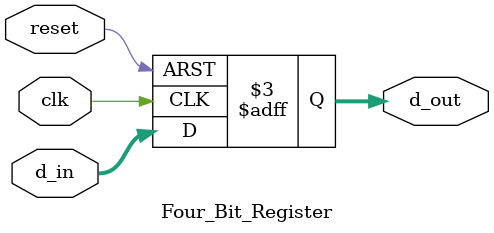
<source format=v>
`timescale 1ns / 1ps

module Four_Bit_Register(clk, reset, d_in, d_out);

  input clk, reset;
  input [3:0] d_in;
  output reg [3:0] d_out;

  always @ (posedge clk or negedge reset) begin
    if(!reset)
      d_out <= 4'b0000;
    else
      d_out <= d_in;
  end
endmodule

</source>
